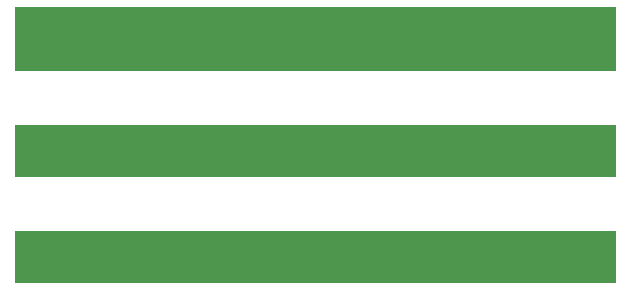
<source format=gbr>
G04 #@! TF.FileFunction,Soldermask,Top*
%FSLAX46Y46*%
G04 Gerber Fmt 4.6, Leading zero omitted, Abs format (unit mm)*
G04 Created by KiCad (PCBNEW 4.0.7) date Thu Nov 30 10:58:49 2017*
%MOMM*%
%LPD*%
G01*
G04 APERTURE LIST*
%ADD10C,0.100000*%
%ADD11R,5.210000X5.400000*%
%ADD12R,1.400000X5.400000*%
%ADD13R,1.420000X4.400000*%
G04 APERTURE END LIST*
D10*
D11*
X172466000Y-89916000D03*
X162306000Y-89916000D03*
X150876000Y-89916000D03*
D12*
X175641000Y-89916000D03*
X169291000Y-89916000D03*
X168021000Y-89916000D03*
X166751000Y-89916000D03*
X165481000Y-89916000D03*
X159131000Y-89916000D03*
X157861000Y-89916000D03*
X156591000Y-89916000D03*
X155321000Y-89916000D03*
X154051000Y-89916000D03*
X147701000Y-89916000D03*
X146431000Y-89916000D03*
X145161000Y-89916000D03*
X143891000Y-89916000D03*
X135001000Y-89916000D03*
X133731000Y-89916000D03*
X142621000Y-89916000D03*
D11*
X139446000Y-89916000D03*
D12*
X136271000Y-89916000D03*
X132461000Y-89916000D03*
D11*
X129286000Y-89916000D03*
D12*
X126111000Y-89916000D03*
D13*
X126111000Y-99386000D03*
X127381000Y-99386000D03*
X128651000Y-99386000D03*
X129921000Y-99386000D03*
X131191000Y-99386000D03*
X132461000Y-99386000D03*
X133731000Y-99386000D03*
X135001000Y-99386000D03*
X136271000Y-99386000D03*
X137541000Y-99386000D03*
X138811000Y-99386000D03*
X140081000Y-99386000D03*
X141351000Y-99386000D03*
X142621000Y-99386000D03*
X143891000Y-99386000D03*
X145161000Y-99386000D03*
X146431000Y-99386000D03*
X147701000Y-99386000D03*
X148971000Y-99386000D03*
X150241000Y-99386000D03*
X151511000Y-99386000D03*
X152781000Y-99386000D03*
X154051000Y-99386000D03*
X155321000Y-99386000D03*
X156591000Y-99386000D03*
X157861000Y-99386000D03*
X159131000Y-99386000D03*
X160401000Y-99386000D03*
X161671000Y-99386000D03*
X162941000Y-99386000D03*
X164211000Y-99386000D03*
X165481000Y-99386000D03*
X166751000Y-99386000D03*
X168021000Y-99386000D03*
X169291000Y-99386000D03*
X170561000Y-99386000D03*
X171831000Y-99386000D03*
X173101000Y-99386000D03*
X174371000Y-99386000D03*
X175641000Y-99386000D03*
X175641000Y-108386000D03*
X174371000Y-108386000D03*
X173101000Y-108386000D03*
X171831000Y-108386000D03*
X170561000Y-108386000D03*
X169291000Y-108386000D03*
X168021000Y-108386000D03*
X166751000Y-108386000D03*
X165481000Y-108386000D03*
X164211000Y-108386000D03*
X162941000Y-108386000D03*
X161671000Y-108386000D03*
X160401000Y-108386000D03*
X159131000Y-108386000D03*
X157861000Y-108386000D03*
X156591000Y-108386000D03*
X155321000Y-108386000D03*
X154051000Y-108386000D03*
X152781000Y-108386000D03*
X151511000Y-108386000D03*
X150241000Y-108386000D03*
X148971000Y-108386000D03*
X147701000Y-108386000D03*
X146431000Y-108386000D03*
X145161000Y-108386000D03*
X143891000Y-108386000D03*
X142621000Y-108386000D03*
X141351000Y-108386000D03*
X140081000Y-108386000D03*
X138811000Y-108386000D03*
X137541000Y-108386000D03*
X136271000Y-108386000D03*
X135001000Y-108386000D03*
X133731000Y-108386000D03*
X132461000Y-108386000D03*
X131191000Y-108386000D03*
X129921000Y-108386000D03*
X128651000Y-108386000D03*
X127381000Y-108386000D03*
X126111000Y-108386000D03*
M02*

</source>
